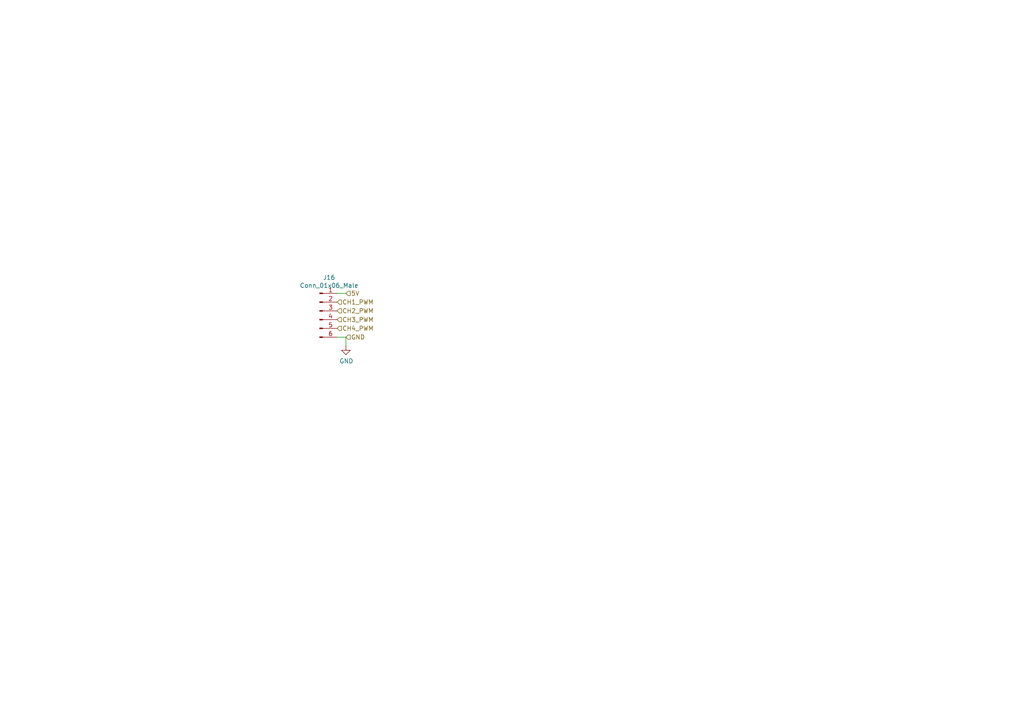
<source format=kicad_sch>
(kicad_sch (version 20211123) (generator eeschema)

  (uuid dfba7148-cad3-4f40-9835-b1394bd30a2c)

  (paper "A4")

  (lib_symbols
    (symbol "Connector:Conn_01x06_Male" (pin_names (offset 1.016) hide) (in_bom yes) (on_board yes)
      (property "Reference" "J" (id 0) (at 0 7.62 0)
        (effects (font (size 1.27 1.27)))
      )
      (property "Value" "Conn_01x06_Male" (id 1) (at 0 -10.16 0)
        (effects (font (size 1.27 1.27)))
      )
      (property "Footprint" "" (id 2) (at 0 0 0)
        (effects (font (size 1.27 1.27)) hide)
      )
      (property "Datasheet" "~" (id 3) (at 0 0 0)
        (effects (font (size 1.27 1.27)) hide)
      )
      (property "ki_keywords" "connector" (id 4) (at 0 0 0)
        (effects (font (size 1.27 1.27)) hide)
      )
      (property "ki_description" "Generic connector, single row, 01x06, script generated (kicad-library-utils/schlib/autogen/connector/)" (id 5) (at 0 0 0)
        (effects (font (size 1.27 1.27)) hide)
      )
      (property "ki_fp_filters" "Connector*:*_1x??_*" (id 6) (at 0 0 0)
        (effects (font (size 1.27 1.27)) hide)
      )
      (symbol "Conn_01x06_Male_1_1"
        (polyline
          (pts
            (xy 1.27 -7.62)
            (xy 0.8636 -7.62)
          )
          (stroke (width 0.1524) (type default) (color 0 0 0 0))
          (fill (type none))
        )
        (polyline
          (pts
            (xy 1.27 -5.08)
            (xy 0.8636 -5.08)
          )
          (stroke (width 0.1524) (type default) (color 0 0 0 0))
          (fill (type none))
        )
        (polyline
          (pts
            (xy 1.27 -2.54)
            (xy 0.8636 -2.54)
          )
          (stroke (width 0.1524) (type default) (color 0 0 0 0))
          (fill (type none))
        )
        (polyline
          (pts
            (xy 1.27 0)
            (xy 0.8636 0)
          )
          (stroke (width 0.1524) (type default) (color 0 0 0 0))
          (fill (type none))
        )
        (polyline
          (pts
            (xy 1.27 2.54)
            (xy 0.8636 2.54)
          )
          (stroke (width 0.1524) (type default) (color 0 0 0 0))
          (fill (type none))
        )
        (polyline
          (pts
            (xy 1.27 5.08)
            (xy 0.8636 5.08)
          )
          (stroke (width 0.1524) (type default) (color 0 0 0 0))
          (fill (type none))
        )
        (rectangle (start 0.8636 -7.493) (end 0 -7.747)
          (stroke (width 0.1524) (type default) (color 0 0 0 0))
          (fill (type outline))
        )
        (rectangle (start 0.8636 -4.953) (end 0 -5.207)
          (stroke (width 0.1524) (type default) (color 0 0 0 0))
          (fill (type outline))
        )
        (rectangle (start 0.8636 -2.413) (end 0 -2.667)
          (stroke (width 0.1524) (type default) (color 0 0 0 0))
          (fill (type outline))
        )
        (rectangle (start 0.8636 0.127) (end 0 -0.127)
          (stroke (width 0.1524) (type default) (color 0 0 0 0))
          (fill (type outline))
        )
        (rectangle (start 0.8636 2.667) (end 0 2.413)
          (stroke (width 0.1524) (type default) (color 0 0 0 0))
          (fill (type outline))
        )
        (rectangle (start 0.8636 5.207) (end 0 4.953)
          (stroke (width 0.1524) (type default) (color 0 0 0 0))
          (fill (type outline))
        )
        (pin passive line (at 5.08 5.08 180) (length 3.81)
          (name "Pin_1" (effects (font (size 1.27 1.27))))
          (number "1" (effects (font (size 1.27 1.27))))
        )
        (pin passive line (at 5.08 2.54 180) (length 3.81)
          (name "Pin_2" (effects (font (size 1.27 1.27))))
          (number "2" (effects (font (size 1.27 1.27))))
        )
        (pin passive line (at 5.08 0 180) (length 3.81)
          (name "Pin_3" (effects (font (size 1.27 1.27))))
          (number "3" (effects (font (size 1.27 1.27))))
        )
        (pin passive line (at 5.08 -2.54 180) (length 3.81)
          (name "Pin_4" (effects (font (size 1.27 1.27))))
          (number "4" (effects (font (size 1.27 1.27))))
        )
        (pin passive line (at 5.08 -5.08 180) (length 3.81)
          (name "Pin_5" (effects (font (size 1.27 1.27))))
          (number "5" (effects (font (size 1.27 1.27))))
        )
        (pin passive line (at 5.08 -7.62 180) (length 3.81)
          (name "Pin_6" (effects (font (size 1.27 1.27))))
          (number "6" (effects (font (size 1.27 1.27))))
        )
      )
    )
    (symbol "power:GND" (power) (pin_names (offset 0)) (in_bom yes) (on_board yes)
      (property "Reference" "#PWR" (id 0) (at 0 -6.35 0)
        (effects (font (size 1.27 1.27)) hide)
      )
      (property "Value" "GND" (id 1) (at 0 -3.81 0)
        (effects (font (size 1.27 1.27)))
      )
      (property "Footprint" "" (id 2) (at 0 0 0)
        (effects (font (size 1.27 1.27)) hide)
      )
      (property "Datasheet" "" (id 3) (at 0 0 0)
        (effects (font (size 1.27 1.27)) hide)
      )
      (property "ki_keywords" "power-flag" (id 4) (at 0 0 0)
        (effects (font (size 1.27 1.27)) hide)
      )
      (property "ki_description" "Power symbol creates a global label with name \"GND\" , ground" (id 5) (at 0 0 0)
        (effects (font (size 1.27 1.27)) hide)
      )
      (symbol "GND_0_1"
        (polyline
          (pts
            (xy 0 0)
            (xy 0 -1.27)
            (xy 1.27 -1.27)
            (xy 0 -2.54)
            (xy -1.27 -1.27)
            (xy 0 -1.27)
          )
          (stroke (width 0) (type default) (color 0 0 0 0))
          (fill (type none))
        )
      )
      (symbol "GND_1_1"
        (pin power_in line (at 0 0 270) (length 0) hide
          (name "GND" (effects (font (size 1.27 1.27))))
          (number "1" (effects (font (size 1.27 1.27))))
        )
      )
    )
  )


  (wire (pts (xy 100.33 97.79) (xy 100.33 100.33))
    (stroke (width 0) (type default) (color 0 0 0 0))
    (uuid 92d17eb0-c75d-48d9-ae9e-ea0c7f723be4)
  )
  (wire (pts (xy 97.79 97.79) (xy 100.33 97.79))
    (stroke (width 0) (type default) (color 0 0 0 0))
    (uuid ef400389-7e37-4c93-8647-76318089d59f)
  )
  (wire (pts (xy 97.79 85.09) (xy 100.33 85.09))
    (stroke (width 0) (type default) (color 0 0 0 0))
    (uuid f565cf54-67ba-4424-8d47-087433645499)
  )

  (hierarchical_label "CH1_PWM" (shape input) (at 97.79 87.63 0)
    (effects (font (size 1.27 1.27)) (justify left))
    (uuid 28d267fd-6d61-43bb-9705-8d59d7a44e81)
  )
  (hierarchical_label "GND" (shape input) (at 100.33 97.79 0)
    (effects (font (size 1.27 1.27)) (justify left))
    (uuid 6d1e2df9-cc89-4e18-a541-699f0d20dd45)
  )
  (hierarchical_label "CH4_PWM" (shape input) (at 97.79 95.25 0)
    (effects (font (size 1.27 1.27)) (justify left))
    (uuid 868b5d0d-f911-4724-9580-d9e69eb9f709)
  )
  (hierarchical_label "CH2_PWM" (shape input) (at 97.79 90.17 0)
    (effects (font (size 1.27 1.27)) (justify left))
    (uuid f2044410-03ac-4994-9652-9e5f480320f0)
  )
  (hierarchical_label "CH3_PWM" (shape input) (at 97.79 92.71 0)
    (effects (font (size 1.27 1.27)) (justify left))
    (uuid f7758f2a-e5c9-405c-960a-353b36eaf72d)
  )
  (hierarchical_label "5V" (shape input) (at 100.33 85.09 0)
    (effects (font (size 1.27 1.27)) (justify left))
    (uuid ffb86135-b43f-4a42-9aa6-73aa7ba972a9)
  )

  (symbol (lib_id "power:GND") (at 100.33 100.33 0)
    (in_bom yes) (on_board yes)
    (uuid 00000000-0000-0000-0000-00006185047b)
    (property "Reference" "#PWR067" (id 0) (at 100.33 106.68 0)
      (effects (font (size 1.27 1.27)) hide)
    )
    (property "Value" "GND" (id 1) (at 100.457 104.7242 0))
    (property "Footprint" "" (id 2) (at 100.33 100.33 0)
      (effects (font (size 1.27 1.27)) hide)
    )
    (property "Datasheet" "" (id 3) (at 100.33 100.33 0)
      (effects (font (size 1.27 1.27)) hide)
    )
    (pin "1" (uuid 81de5ed2-5317-4d9a-95db-8da44aaa1f33))
  )

  (symbol (lib_id "Connector:Conn_01x06_Male") (at 92.71 90.17 0) (unit 1)
    (in_bom yes) (on_board yes)
    (uuid 00000000-0000-0000-0000-000061c92107)
    (property "Reference" "J16" (id 0) (at 95.4532 80.4926 0))
    (property "Value" "Conn_01x06_Male" (id 1) (at 95.4532 82.804 0))
    (property "Footprint" "Connector_JST:JST_PH_B6B-PH-K_1x06_P2.00mm_Vertical" (id 2) (at 92.71 90.17 0)
      (effects (font (size 1.27 1.27)) hide)
    )
    (property "Datasheet" "~" (id 3) (at 92.71 90.17 0)
      (effects (font (size 1.27 1.27)) hide)
    )
    (pin "1" (uuid 247ea6b8-ad43-4b00-ae09-28d5266a16d4))
    (pin "2" (uuid db966cb1-7007-4db5-a2c8-1769aa343712))
    (pin "3" (uuid 5ef02207-9a8d-4c56-81e6-63bca2d92dbe))
    (pin "4" (uuid eea54216-c8c7-4f93-a0fa-1d0456b6d653))
    (pin "5" (uuid 807afd4c-248e-40e5-8d21-6627e8b704ec))
    (pin "6" (uuid 2383cc57-c4ba-46d8-b4fb-bcd03c7f534d))
  )
)

</source>
